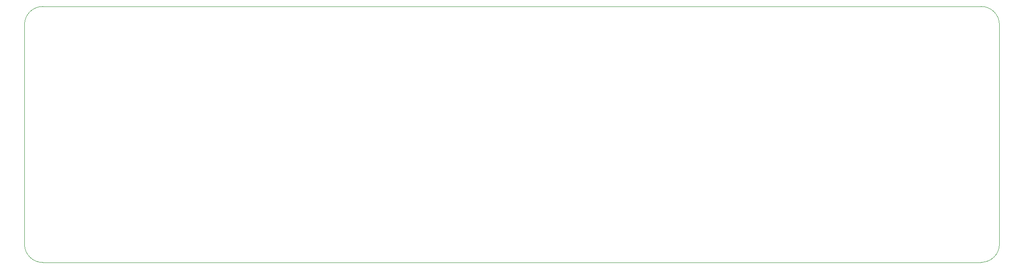
<source format=gbr>
%TF.GenerationSoftware,KiCad,Pcbnew,8.0.4-8.0.4-0~ubuntu22.04.1*%
%TF.CreationDate,2024-08-07T15:41:08-07:00*%
%TF.ProjectId,clock,636c6f63-6b2e-46b6-9963-61645f706362,rev?*%
%TF.SameCoordinates,Original*%
%TF.FileFunction,Profile,NP*%
%FSLAX46Y46*%
G04 Gerber Fmt 4.6, Leading zero omitted, Abs format (unit mm)*
G04 Created by KiCad (PCBNEW 8.0.4-8.0.4-0~ubuntu22.04.1) date 2024-08-07 15:41:08*
%MOMM*%
%LPD*%
G01*
G04 APERTURE LIST*
%TA.AperFunction,Profile*%
%ADD10C,0.050000*%
%TD*%
G04 APERTURE END LIST*
D10*
X256032000Y-122656600D02*
G75*
G02*
X252476000Y-126212600I-3556000J0D01*
G01*
X66040000Y-79756000D02*
X66040000Y-122682000D01*
X252476000Y-76200000D02*
X69596000Y-76200000D01*
X69596000Y-126238000D02*
G75*
G02*
X66040000Y-122682000I0J3556000D01*
G01*
X252476000Y-76200000D02*
G75*
G02*
X256032000Y-79756000I0J-3556000D01*
G01*
X66040000Y-79756000D02*
G75*
G02*
X69596000Y-76200000I3556000J0D01*
G01*
X256032000Y-122656600D02*
X256032000Y-79756000D01*
X69596000Y-126238000D02*
X252476000Y-126212600D01*
M02*

</source>
